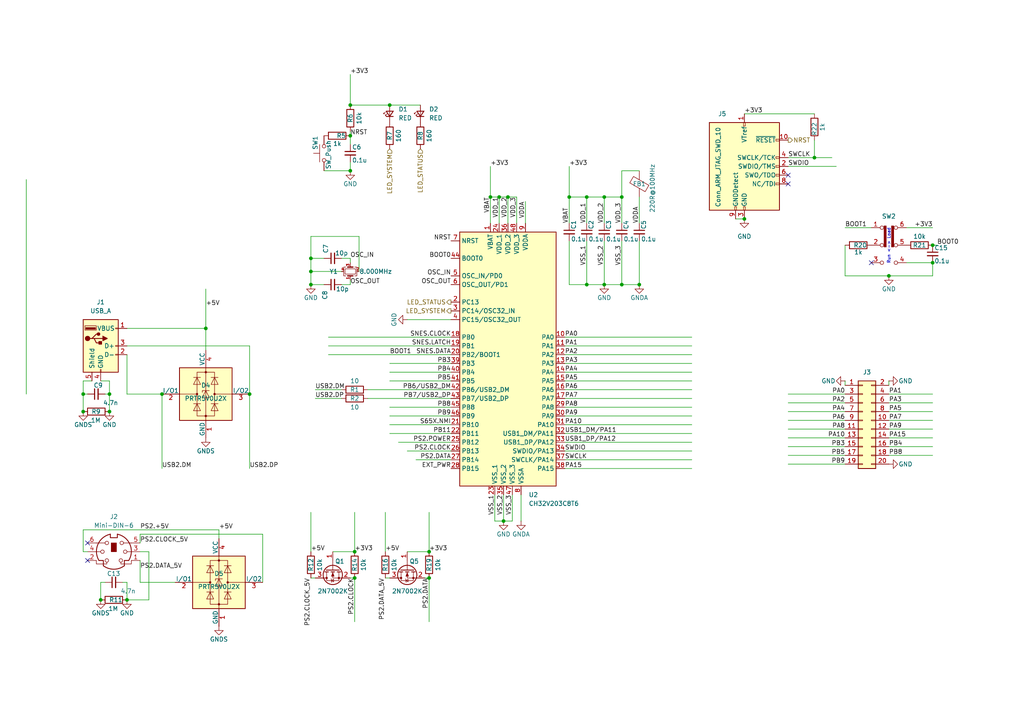
<source format=kicad_sch>
(kicad_sch (version 20231120) (generator "eeschema") (generator_version "8.0")
  (paper "A4")
  (lib_symbols
    (symbol "Connector:Conn_ARM_JTAG_SWD_10" (pin_names (offset 1.016))
      (property "Reference" "J" (at -2.54 16.51 0))
      (property "Value" "Conn_ARM_JTAG_SWD_10" (at -2.54 13.97 0))
      (symbol "Conn_ARM_JTAG_SWD_10_0_1"
        (rectangle (start -10.16 12.7) (end 10.16 -12.7) (stroke (width 0.254)) (fill (type background)))
        (rectangle (start -2.794 -12.7) (end -2.286 -11.684))
        (rectangle (start -0.254 -12.7) (end 0.254 -11.684))
        (rectangle (start -0.254 12.7) (end 0.254 11.684))
        (rectangle (start 9.144 2.286) (end 10.16 2.794))
        (rectangle (start 10.16 -2.794) (end 9.144 -2.286))
        (rectangle (start 10.16 -0.254) (end 9.144 0.254))
        (rectangle (start 10.16 7.874) (end 9.144 7.366))
      )
      (symbol "Conn_ARM_JTAG_SWD_10_1_1"
        (rectangle (start 9.144 -5.334) (end 10.16 -4.826))
        (pin power_in line (at 0 15.24 270) (length 2.54) (name "VTref") (number "1"))
        (pin open_collector line (at 12.7 7.62 180) (length 2.54) (name "~{RESET}") (number "10"))
        (pin bidirectional line (at 12.7 0 180) (length 2.54) (name "SWDIO/TMS") (number "2"))
        (pin power_in line (at 0 -15.24 90) (length 2.54) (name "GND") (number "3"))
        (pin output line (at 12.7 2.54 180) (length 2.54) (name "SWCLK/TCK") (number "4"))
        (pin passive line (at 0 -15.24 90) (length 2.54) hide (name "GND") (number "5"))
        (pin input line (at 12.7 -2.54 180) (length 2.54) (name "SWO/TDO") (number "6"))
        (pin no_connect line (at -10.16 0 0) (length 2.54) hide (name "KEY") (number "7"))
        (pin output line (at 12.7 -5.08 180) (length 2.54) (name "NC/TDI") (number "8"))
        (pin passive line (at -2.54 -15.24 90) (length 2.54) (name "GNDDetect") (number "9"))
      )
    )
    (symbol "Connector:Mini-DIN-6" (pin_names (offset 1.016))
      (property "Reference" "J" (at 0 6.35 0))
      (property "Value" "Mini-DIN-6" (at 0 -6.35 0))
      (symbol "Mini-DIN-6_0_1"
        (circle (center -3.302 0) (radius 0.508))
        (arc (start -3.048 -4.064) (mid 0 -5.08) (end 3.048 -4.064) (stroke (width 0.254)))
        (circle (center -2.032 -2.54) (radius 0.508))
        (circle (center -2.032 2.54) (radius 0.508))
        (arc (start -1.016 5.08) (mid -4.6228 2.1214) (end -4.318 -2.54) (stroke (width 0.254)))
        (rectangle (start -0.762 2.54) (end 0.762 0) (fill (type outline)))
        (polyline (pts (xy -3.81 0) (xy -5.08 0)))
        (polyline (pts (xy -2.54 2.54) (xy -5.08 2.54)))
        (polyline (pts (xy 2.794 2.54) (xy 5.08 2.54)))
        (polyline (pts (xy 5.08 0) (xy 3.81 0)))
        (polyline (pts (xy -4.318 -2.54) (xy -3.048 -2.54) (xy -3.048 -4.064)) (stroke (width 0.254)))
        (polyline (pts (xy 4.318 -2.54) (xy 3.048 -2.54) (xy 3.048 -4.064)) (stroke (width 0.254)))
        (polyline (pts (xy -2.032 -3.048) (xy -2.032 -3.556) (xy -5.08 -3.556) (xy -5.08 -2.54)))
        (polyline (pts (xy -1.016 5.08) (xy -1.016 4.064) (xy 1.016 4.064) (xy 1.016 5.08)) (stroke (width 0.254)))
        (polyline (pts (xy 2.032 -3.048) (xy 2.032 -3.556) (xy 5.08 -3.556) (xy 5.08 -2.54)))
        (circle (center 2.032 -2.54) (radius 0.508))
        (circle (center 2.286 2.54) (radius 0.508))
        (circle (center 3.302 0) (radius 0.508))
        (arc (start 4.318 -2.54) (mid 4.6661 2.1322) (end 1.016 5.08) (stroke (width 0.254)))
      )
      (symbol "Mini-DIN-6_1_1"
        (pin passive line (at 7.62 -2.54 180) (length 2.54) (name "~") (number "1"))
        (pin passive line (at -7.62 -2.54 0) (length 2.54) (name "~") (number "2"))
        (pin passive line (at 7.62 0 180) (length 2.54) (name "~") (number "3"))
        (pin passive line (at -7.62 0 0) (length 2.54) (name "~") (number "4"))
        (pin passive line (at 7.62 2.54 180) (length 2.54) (name "~") (number "5"))
        (pin passive line (at -7.62 2.54 0) (length 2.54) (name "~") (number "6"))
      )
    )
    (symbol "Connector:USB_A" (pin_names (offset 1.016))
      (property "Reference" "J" (at -5.08 11.43 0))
      (property "Value" "USB_A" (at -5.08 8.89 0))
      (symbol "USB_A_0_1"
        (rectangle (start -5.08 -7.62) (end 5.08 7.62) (stroke (width 0.254)) (fill (type background)))
        (circle (center -3.81 2.159) (radius 0.635) (stroke (width 0.254)) (fill (type outline)))
        (rectangle (start -1.524 4.826) (end -4.318 5.334) (fill (type outline)))
        (rectangle (start -1.27 4.572) (end -4.572 5.842))
        (circle (center -0.635 3.429) (radius 0.381) (stroke (width 0.254)) (fill (type outline)))
        (rectangle (start -0.127 -7.62) (end 0.127 -6.858))
        (polyline (pts (xy -3.175 2.159) (xy -2.54 2.159) (xy -1.27 3.429) (xy -0.635 3.429)) (stroke (width 0.254)))
        (polyline (pts (xy -2.54 2.159) (xy -1.905 2.159) (xy -1.27 0.889) (xy 0 0.889)) (stroke (width 0.254)))
        (polyline (pts (xy 0.635 2.794) (xy 0.635 1.524) (xy 1.905 2.159) (xy 0.635 2.794)) (stroke (width 0.254)) (fill (type outline)))
        (rectangle (start 0.254 1.27) (end -0.508 0.508) (stroke (width 0.254)) (fill (type outline)))
        (rectangle (start 5.08 -2.667) (end 4.318 -2.413))
        (rectangle (start 5.08 -0.127) (end 4.318 0.127))
        (rectangle (start 5.08 4.953) (end 4.318 5.207))
      )
      (symbol "USB_A_1_1"
        (polyline (pts (xy -1.905 2.159) (xy 0.635 2.159)) (stroke (width 0.254)))
        (pin power_in line (at 7.62 5.08 180) (length 2.54) (name "VBUS") (number "1"))
        (pin bidirectional line (at 7.62 -2.54 180) (length 2.54) (name "D-") (number "2"))
        (pin bidirectional line (at 7.62 0 180) (length 2.54) (name "D+") (number "3"))
        (pin power_in line (at 0 -10.16 90) (length 2.54) (name "GND") (number "4"))
        (pin passive line (at -2.54 -10.16 90) (length 2.54) (name "Shield") (number "5"))
      )
    )
    (symbol "Connector_Generic:Conn_02x10_Odd_Even" (pin_names (offset 1.016) hide)
      (property "Reference" "J" (at 1.27 12.7 0))
      (property "Value" "Conn_02x10_Odd_Even" (at 1.27 -15.24 0))
      (symbol "Conn_02x10_Odd_Even_1_1"
        (rectangle (start -1.27 -12.573) (end 0 -12.827) (stroke (width 0.1524)))
        (rectangle (start -1.27 -10.033) (end 0 -10.287) (stroke (width 0.1524)))
        (rectangle (start -1.27 -7.493) (end 0 -7.747) (stroke (width 0.1524)))
        (rectangle (start -1.27 -4.953) (end 0 -5.207) (stroke (width 0.1524)))
        (rectangle (start -1.27 -2.413) (end 0 -2.667) (stroke (width 0.1524)))
        (rectangle (start -1.27 0.127) (end 0 -0.127) (stroke (width 0.1524)))
        (rectangle (start -1.27 2.667) (end 0 2.413) (stroke (width 0.1524)))
        (rectangle (start -1.27 5.207) (end 0 4.953) (stroke (width 0.1524)))
        (rectangle (start -1.27 7.747) (end 0 7.493) (stroke (width 0.1524)))
        (rectangle (start -1.27 10.287) (end 0 10.033) (stroke (width 0.1524)))
        (rectangle (start -1.27 11.43) (end 3.81 -13.97) (stroke (width 0.254)) (fill (type background)))
        (rectangle (start 3.81 -12.573) (end 2.54 -12.827) (stroke (width 0.1524)))
        (rectangle (start 3.81 -10.033) (end 2.54 -10.287) (stroke (width 0.1524)))
        (rectangle (start 3.81 -7.493) (end 2.54 -7.747) (stroke (width 0.1524)))
        (rectangle (start 3.81 -4.953) (end 2.54 -5.207) (stroke (width 0.1524)))
        (rectangle (start 3.81 -2.413) (end 2.54 -2.667) (stroke (width 0.1524)))
        (rectangle (start 3.81 0.127) (end 2.54 -0.127) (stroke (width 0.1524)))
        (rectangle (start 3.81 2.667) (end 2.54 2.413) (stroke (width 0.1524)))
        (rectangle (start 3.81 5.207) (end 2.54 4.953) (stroke (width 0.1524)))
        (rectangle (start 3.81 7.747) (end 2.54 7.493) (stroke (width 0.1524)))
        (rectangle (start 3.81 10.287) (end 2.54 10.033) (stroke (width 0.1524)))
        (pin passive line (at -5.08 10.16 0) (length 3.81) (name "Pin_1") (number "1"))
        (pin passive line (at 7.62 0 180) (length 3.81) (name "Pin_10") (number "10"))
        (pin passive line (at -5.08 -2.54 0) (length 3.81) (name "Pin_11") (number "11"))
        (pin passive line (at 7.62 -2.54 180) (length 3.81) (name "Pin_12") (number "12"))
        (pin passive line (at -5.08 -5.08 0) (length 3.81) (name "Pin_13") (number "13"))
        (pin passive line (at 7.62 -5.08 180) (length 3.81) (name "Pin_14") (number "14"))
        (pin passive line (at -5.08 -7.62 0) (length 3.81) (name "Pin_15") (number "15"))
        (pin passive line (at 7.62 -7.62 180) (length 3.81) (name "Pin_16") (number "16"))
        (pin passive line (at -5.08 -10.16 0) (length 3.81) (name "Pin_17") (number "17"))
        (pin passive line (at 7.62 -10.16 180) (length 3.81) (name "Pin_18") (number "18"))
        (pin passive line (at -5.08 -12.7 0) (length 3.81) (name "Pin_19") (number "19"))
        (pin passive line (at 7.62 10.16 180) (length 3.81) (name "Pin_2") (number "2"))
        (pin passive line (at 7.62 -12.7 180) (length 3.81) (name "Pin_20") (number "20"))
        (pin passive line (at -5.08 7.62 0) (length 3.81) (name "Pin_3") (number "3"))
        (pin passive line (at 7.62 7.62 180) (length 3.81) (name "Pin_4") (number "4"))
        (pin passive line (at -5.08 5.08 0) (length 3.81) (name "Pin_5") (number "5"))
        (pin passive line (at 7.62 5.08 180) (length 3.81) (name "Pin_6") (number "6"))
        (pin passive line (at -5.08 2.54 0) (length 3.81) (name "Pin_7") (number "7"))
        (pin passive line (at 7.62 2.54 180) (length 3.81) (name "Pin_8") (number "8"))
        (pin passive line (at -5.08 0 0) (length 3.81) (name "Pin_9") (number "9"))
      )
    )
    (symbol "Device:C_Small" (pin_numbers hide) (pin_names (offset 0.254) hide)
      (property "Reference" "C" (at 0.254 1.778 0))
      (property "Value" "C_Small" (at 0.254 -2.032 0))
      (symbol "C_Small_0_1"
        (polyline (pts (xy -1.524 -0.508) (xy 1.524 -0.508)) (stroke (width 0.3302)))
        (polyline (pts (xy -1.524 0.508) (xy 1.524 0.508)) (stroke (width 0.3048)))
      )
      (symbol "C_Small_1_1"
        (pin passive line (at 0 2.54 270) (length 2.032) (name "~") (number "1"))
        (pin passive line (at 0 -2.54 90) (length 2.032) (name "~") (number "2"))
      )
    )
    (symbol "Device:Crystal_GND24_Small" (pin_names (offset 1.016) hide)
      (property "Reference" "Y" (at 1.27 4.445 0))
      (property "Value" "Crystal_GND24_Small" (at 1.27 2.54 0))
      (symbol "Crystal_GND24_Small_0_1"
        (rectangle (start -0.762 -1.524) (end 0.762 1.524))
        (polyline (pts (xy -1.27 -0.762) (xy -1.27 0.762)) (stroke (width 0.381)))
        (polyline (pts (xy 1.27 -0.762) (xy 1.27 0.762)) (stroke (width 0.381)))
        (polyline (pts (xy -1.27 -1.27) (xy -1.27 -1.905) (xy 1.27 -1.905) (xy 1.27 -1.27)))
        (polyline (pts (xy -1.27 1.27) (xy -1.27 1.905) (xy 1.27 1.905) (xy 1.27 1.27)))
      )
      (symbol "Crystal_GND24_Small_1_1"
        (pin passive line (at -2.54 0 0) (length 1.27) (name "1") (number "1"))
        (pin passive line (at 0 -2.54 90) (length 0.635) (name "2") (number "2"))
        (pin passive line (at 2.54 0 180) (length 1.27) (name "3") (number "3"))
        (pin passive line (at 0 2.54 270) (length 0.635) (name "4") (number "4"))
      )
    )
    (symbol "Device:FerriteBead" (pin_numbers hide) (pin_names (offset 0))
      (property "Reference" "FB" (at -3.81 0.635 90))
      (property "Value" "FerriteBead" (at 3.81 0 90))
      (symbol "FerriteBead_0_1"
        (polyline (pts (xy 0 -1.27) (xy 0 -1.2192)))
        (polyline (pts (xy 0 1.27) (xy 0 1.2954)))
        (polyline (pts (xy -2.7686 0.4064) (xy -1.7018 2.2606) (xy 2.7686 -0.3048) (xy 1.6764 -2.159) (xy -2.7686 0.4064)))
      )
      (symbol "FerriteBead_1_1"
        (pin passive line (at 0 3.81 270) (length 2.54) (name "~") (number "1"))
        (pin passive line (at 0 -3.81 90) (length 2.54) (name "~") (number "2"))
      )
    )
    (symbol "Device:LED_Small" (pin_numbers hide) (pin_names (offset 0.254) hide)
      (property "Reference" "D" (at -1.27 3.175 0))
      (property "Value" "LED_Small" (at -4.445 -2.54 0))
      (symbol "LED_Small_0_1"
        (polyline (pts (xy -0.762 -1.016) (xy -0.762 1.016)) (stroke (width 0.254)))
        (polyline (pts (xy 1.016 0) (xy -0.762 0)))
        (polyline (pts (xy 0.762 -1.016) (xy -0.762 0) (xy 0.762 1.016) (xy 0.762 -1.016)) (stroke (width 0.254)))
        (polyline (pts (xy 0 0.762) (xy -0.508 1.27) (xy -0.254 1.27) (xy -0.508 1.27) (xy -0.508 1.016)))
        (polyline (pts (xy 0.508 1.27) (xy 0 1.778) (xy 0.254 1.778) (xy 0 1.778) (xy 0 1.524)))
      )
      (symbol "LED_Small_1_1"
        (pin passive line (at -2.54 0 0) (length 1.778) (name "K") (number "1"))
        (pin passive line (at 2.54 0 180) (length 1.778) (name "A") (number "2"))
      )
    )
    (symbol "Device:R" (pin_numbers hide) (pin_names (offset 0))
      (property "Reference" "R" (at 2.032 0 90))
      (property "Value" "R" (at 0 0 90))
      (symbol "R_0_1"
        (rectangle (start -1.016 -2.54) (end 1.016 2.54) (stroke (width 0.254)))
      )
      (symbol "R_1_1"
        (pin passive line (at 0 3.81 270) (length 1.27) (name "~") (number "1"))
        (pin passive line (at 0 -3.81 90) (length 1.27) (name "~") (number "2"))
      )
    )
    (symbol "Power_Protection:PRTR5V0U2X" (pin_names (offset 0))
      (property "Reference" "D" (at 2.794 8.636 0))
      (property "Value" "PRTR5V0U2X" (at 8.128 -9.398 0))
      (symbol "PRTR5V0U2X_0_1"
        (rectangle (start -7.62 -7.62) (end 7.62 7.62) (stroke (width 0.254)) (fill (type background)))
        (circle (center -2.54 0) (radius 0.254) (fill (type outline)))
        (rectangle (start -2.54 6.35) (end 2.54 -6.35))
        (circle (center 0 -6.35) (radius 0.254) (fill (type outline)))
        (polyline (pts (xy -2.54 0) (xy -7.62 0)))
        (polyline (pts (xy -1.524 -2.794) (xy -3.556 -2.794)))
        (polyline (pts (xy -1.524 4.826) (xy -3.556 4.826)))
        (polyline (pts (xy 0 -7.62) (xy 0 7.62)))
        (polyline (pts (xy 1.524 -2.794) (xy 3.556 -2.794)))
        (polyline (pts (xy 1.524 4.826) (xy 3.556 4.826)))
        (polyline (pts (xy 2.54 0) (xy 7.62 0)))
        (polyline (pts (xy 1.016 1.016) (xy -1.016 1.016) (xy -1.016 0.508)))
        (polyline (pts (xy -3.556 -4.826) (xy -1.524 -4.826) (xy -2.54 -2.794) (xy -3.556 -4.826)))
        (polyline (pts (xy -3.556 2.794) (xy -1.524 2.794) (xy -2.54 4.826) (xy -3.556 2.794)))
        (polyline (pts (xy -1.016 -1.016) (xy 1.016 -1.016) (xy 0 1.016) (xy -1.016 -1.016)))
        (polyline (pts (xy 3.556 -4.826) (xy 1.524 -4.826) (xy 2.54 -2.794) (xy 3.556 -4.826)))
        (polyline (pts (xy 3.556 2.794) (xy 1.524 2.794) (xy 2.54 4.826) (xy 3.556 2.794)))
        (circle (center 0 6.35) (radius 0.254) (fill (type outline)))
        (circle (center 2.54 0) (radius 0.254) (fill (type outline)))
      )
      (symbol "PRTR5V0U2X_1_1"
        (pin passive line (at 0 -12.7 90) (length 5.08) (name "GND") (number "1"))
        (pin passive line (at -12.7 0 0) (length 5.08) (name "I/O1") (number "2"))
        (pin passive line (at 12.7 0 180) (length 5.08) (name "I/O2") (number "3"))
        (pin passive line (at 0 12.7 270) (length 5.08) (name "VCC") (number "4"))
      )
    )
    (symbol "Switch:SW_Push" (pin_numbers hide) (pin_names (offset 1.016) hide)
      (property "Reference" "SW" (at 1.27 2.54 0))
      (property "Value" "SW_Push" (at 0 -1.524 0))
      (symbol "SW_Push_0_1"
        (circle (center -2.032 0) (radius 0.508))
        (polyline (pts (xy 0 1.27) (xy 0 3.048)))
        (polyline (pts (xy 2.54 1.27) (xy -2.54 1.27)))
        (circle (center 2.032 0) (radius 0.508))
        (pin passive line (at -5.08 0 0) (length 2.54) (name "1") (number "1"))
        (pin passive line (at 5.08 0 180) (length 2.54) (name "2") (number "2"))
      )
    )
    (symbol "Switch:SW_Slide_DPDT" (pin_names (offset 0) hide)
      (property "Reference" "SW" (at 0 6.858 0))
      (property "Value" "SW_Slide_DPDT" (at 0 -8.128 0))
      (symbol "SW_Slide_DPDT_0_0"
        (circle (center -2.032 -5.08) (radius 0.508))
        (circle (center -2.032 5.08) (radius 0.508))
        (circle (center 2.032 -5.08) (radius 0.508))
        (circle (center 2.032 0) (radius 0.508))
      )
      (symbol "SW_Slide_DPDT_0_1"
        (circle (center -2.032 0) (radius 0.508))
        (circle (center 2.032 5.08) (radius 0.508))
      )
      (symbol "SW_Slide_DPDT_1_1"
        (rectangle (start -1.397 5.588) (end -0.762 -0.508) (fill (type outline)))
        (rectangle (start 0.762 5.588) (end 1.397 -0.508) (fill (type outline)))
        (pin passive line (at -5.08 5.08 0) (length 2.54) (name "A") (number "1"))
        (pin passive line (at -5.08 0 0) (length 2.54) (name "B") (number "2"))
        (pin passive line (at -5.08 -5.08 0) (length 2.54) (name "C") (number "3"))
        (pin passive line (at 5.08 -5.08 180) (length 2.54) (name "A") (number "4"))
        (pin passive line (at 5.08 0 180) (length 2.54) (name "B") (number "5"))
        (pin passive line (at 5.08 5.08 180) (length 2.54) (name "C") (number "6"))
      )
    )
    (symbol "Transistor_FET:2N7002K" (pin_names hide)
      (property "Reference" "Q" (at 5.08 1.905 0))
      (property "Value" "2N7002K" (at 5.08 0 0))
      (symbol "2N7002K_0_1"
        (polyline (pts (xy 0.254 0) (xy -2.54 0)))
        (polyline (pts (xy 0.254 1.905) (xy 0.254 -1.905)) (stroke (width 0.254)))
        (polyline (pts (xy 0.762 -1.27) (xy 0.762 -2.286)) (stroke (width 0.254)))
        (polyline (pts (xy 0.762 0.508) (xy 0.762 -0.508)) (stroke (width 0.254)))
        (polyline (pts (xy 0.762 2.286) (xy 0.762 1.27)) (stroke (width 0.254)))
        (polyline (pts (xy 2.54 2.54) (xy 2.54 1.778)))
        (polyline (pts (xy 2.54 -2.54) (xy 2.54 0) (xy 0.762 0)))
        (polyline (pts (xy 0.762 -1.778) (xy 3.302 -1.778) (xy 3.302 1.778) (xy 0.762 1.778)))
        (polyline (pts (xy 1.016 0) (xy 2.032 0.381) (xy 2.032 -0.381) (xy 1.016 0)) (fill (type outline)))
        (polyline (pts (xy 2.794 0.508) (xy 2.921 0.381) (xy 3.683 0.381) (xy 3.81 0.254)))
        (polyline (pts (xy 3.302 0.381) (xy 2.921 -0.254) (xy 3.683 -0.254) (xy 3.302 0.381)))
        (circle (center 1.651 0) (radius 2.794) (stroke (width 0.254)))
        (circle (center 2.54 -1.778) (radius 0.254) (fill (type outline)))
        (circle (center 2.54 1.778) (radius 0.254) (fill (type outline)))
      )
      (symbol "2N7002K_1_1"
        (pin input line (at -5.08 0 0) (length 2.54) (name "G") (number "1"))
        (pin passive line (at 2.54 -5.08 90) (length 2.54) (name "S") (number "2"))
        (pin passive line (at 2.54 5.08 270) (length 2.54) (name "D") (number "3"))
      )
    )
    (symbol "WCH MCUs:CH32V203CxT6"
      (property "Reference" "U" (at -10.16 -41.91 0))
      (property "Value" "CH32V203CxT6" (at -19.05 -41.91 0))
      (symbol "CH32V203CxT6_0_1"
        (rectangle (start -13.97 38.1) (end 13.97 -35.56) (stroke (width 0.254)) (fill (type background)))
      )
      (symbol "CH32V203CxT6_1_1"
        (pin power_in line (at -5.08 40.64 270) (length 2.54) (name "VBAT") (number "1"))
        (pin bidirectional line (at 16.51 7.62 180) (length 2.54) (name "PA0") (number "10"))
        (pin bidirectional line (at 16.51 5.08 180) (length 2.54) (name "PA1") (number "11"))
        (pin bidirectional line (at 16.51 2.54 180) (length 2.54) (name "PA2") (number "12"))
        (pin bidirectional line (at 16.51 0 180) (length 2.54) (name "PA3") (number "13"))
        (pin bidirectional line (at 16.51 -2.54 180) (length 2.54) (name "PA4") (number "14"))
        (pin bidirectional line (at 16.51 -5.08 180) (length 2.54) (name "PA5") (number "15"))
        (pin bidirectional line (at 16.51 -7.62 180) (length 2.54) (name "PA6") (number "16"))
        (pin bidirectional line (at 16.51 -10.16 180) (length 2.54) (name "PA7") (number "17"))
        (pin bidirectional line (at -16.51 7.62 0) (length 2.54) (name "PB0") (number "18"))
        (pin bidirectional line (at -16.51 5.08 0) (length 2.54) (name "PB1") (number "19"))
        (pin bidirectional line (at -16.51 17.78 0) (length 2.54) (name "PC13") (number "2"))
        (pin bidirectional line (at -16.51 2.54 0) (length 2.54) (name "PB2/BOOT1") (number "20"))
        (pin bidirectional line (at -16.51 -17.78 0) (length 2.54) (name "PB10") (number "21"))
        (pin bidirectional line (at -16.51 -20.32 0) (length 2.54) (name "PB11") (number "22"))
        (pin power_in line (at -3.81 -38.1 90) (length 2.54) (name "VSS_1") (number "23"))
        (pin power_in line (at -2.54 40.64 270) (length 2.54) (name "VDD_1") (number "24"))
        (pin bidirectional line (at -16.51 -22.86 0) (length 2.54) (name "PB12") (number "25"))
        (pin bidirectional line (at -16.51 -25.4 0) (length 2.54) (name "PB13") (number "26"))
        (pin bidirectional line (at -16.51 -27.94 0) (length 2.54) (name "PB14") (number "27"))
        (pin bidirectional line (at -16.51 -30.48 0) (length 2.54) (name "PB15") (number "28"))
        (pin bidirectional line (at 16.51 -12.7 180) (length 2.54) (name "PA8") (number "29"))
        (pin bidirectional line (at -16.51 15.24 0) (length 2.54) (name "PC14/OSC32_IN") (number "3"))
        (pin bidirectional line (at 16.51 -15.24 180) (length 2.54) (name "PA9") (number "30"))
        (pin bidirectional line (at 16.51 -17.78 180) (length 2.54) (name "PA10") (number "31"))
        (pin bidirectional line (at 16.51 -20.32 180) (length 2.54) (name "USB1_DM/PA11") (number "32"))
        (pin bidirectional line (at 16.51 -22.86 180) (length 2.54) (name "USB1_DP/PA12") (number "33"))
        (pin bidirectional line (at 16.51 -25.4 180) (length 2.54) (name "SWDIO/PA13") (number "34"))
        (pin power_in line (at -1.27 -38.1 90) (length 2.54) (name "VSS_2") (number "35"))
        (pin power_in line (at 0 40.64 270) (length 2.54) (name "VDD_2") (number "36"))
        (pin bidirectional line (at 16.51 -27.94 180) (length 2.54) (name "SWCLK/PA14") (number "37"))
        (pin bidirectional line (at 16.51 -30.48 180) (length 2.54) (name "PA15") (number "38"))
        (pin bidirectional line (at -16.51 0 0) (length 2.54) (name "PB3") (number "39"))
        (pin bidirectional line (at -16.51 12.7 0) (length 2.54) (name "PC15/OSC32_OUT") (number "4"))
        (pin bidirectional line (at -16.51 -2.54 0) (length 2.54) (name "PB4") (number "40"))
        (pin bidirectional line (at -16.51 -5.08 0) (length 2.54) (name "PB5") (number "41"))
        (pin bidirectional line (at -16.51 -7.62 0) (length 2.54) (name "PB6/USB2_DM") (number "42"))
        (pin bidirectional line (at -16.51 -10.16 0) (length 2.54) (name "PB7/USB2_DP") (number "43"))
        (pin input line (at -16.51 30.48 0) (length 2.54) (name "BOOT0") (number "44"))
        (pin bidirectional line (at -16.51 -12.7 0) (length 2.54) (name "PB8") (number "45"))
        (pin bidirectional line (at -16.51 -15.24 0) (length 2.54) (name "PB9") (number "46"))
        (pin power_in line (at 1.27 -38.1 90) (length 2.54) (name "VSS_3") (number "47"))
        (pin power_in line (at 2.54 40.64 270) (length 2.54) (name "VDD_3") (number "48"))
        (pin input line (at -16.51 25.4 0) (length 2.54) (name "OSC_IN/PD0") (number "5"))
        (pin input line (at -16.51 22.86 0) (length 2.54) (name "OSC_OUT/PD1") (number "6"))
        (pin input line (at -16.51 35.56 0) (length 2.54) (name "NRST") (number "7"))
        (pin power_in line (at 3.81 -38.1 90) (length 2.54) (name "VSSA") (number "8"))
        (pin power_in line (at 5.08 40.64 270) (length 2.54) (name "VDDA") (number "9"))
      )
    )
    (symbol "power:GND" (power) (pin_numbers hide) (pin_names (offset 0) hide)
      (property "Value" "GND" (at 0 -3.81 0))
      (symbol "GND_0_1"
        (polyline (pts (xy 0 0) (xy 0 -1.27) (xy 1.27 -1.27) (xy 0 -2.54) (xy -1.27 -1.27) (xy 0 -1.27)))
      )
      (symbol "GND_1_1"
        (pin power_in line (at 0 0 270) (length 0) (name "~") (number "1"))
      )
    )
    (symbol "power:GNDA" (power) (pin_numbers hide) (pin_names (offset 0) hide)
      (property "Value" "GNDA" (at 0 -3.81 0))
      (symbol "GNDA_0_1"
        (polyline (pts (xy 0 0) (xy 0 -1.27) (xy 1.27 -1.27) (xy 0 -2.54) (xy -1.27 -1.27) (xy 0 -1.27)))
      )
      (symbol "GNDA_1_1"
        (pin power_in line (at 0 0 270) (length 0) (name "~") (number "1"))
      )
    )
    (symbol "power:GNDS" (power) (pin_numbers hide) (pin_names (offset 0) hide)
      (property "Value" "GNDS" (at 0 -3.81 0))
      (symbol "GNDS_0_1"
        (polyline (pts (xy 0 0) (xy 0 -1.27) (xy 1.27 -1.27) (xy 0 -2.54) (xy -1.27 -1.27) (xy 0 -1.27)))
      )
      (symbol "GNDS_1_1"
        (pin power_in line (at 0 0 270) (length 0) (name "~") (number "1"))
      )
    )
  )
  (junction (at 165.1 57.15))
  (junction (at 46.99 114.3))
  (junction (at 90.17 78.74))
  (junction (at 144.78 57.15))
  (junction (at 170.18 82.55))
  (junction (at 113.03 30.48))
  (junction (at 36.83 173.99))
  (junction (at 90.17 74.93))
  (junction (at 180.34 57.15))
  (junction (at 31.75 114.3))
  (junction (at 175.26 57.15))
  (junction (at 257.81 80.01))
  (junction (at 24.13 114.3))
  (junction (at 29.21 173.99))
  (junction (at 170.18 57.15))
  (junction (at 90.17 82.55))
  (junction (at 175.26 82.55))
  (junction (at 124.46 167.64))
  (junction (at 102.87 167.64))
  (junction (at 24.13 119.38))
  (junction (at 215.9 63.5))
  (junction (at 101.6 39.37))
  (junction (at 101.6 30.48))
  (junction (at 270.51 76.2))
  (junction (at 124.46 160.02))
  (junction (at 102.87 160.02))
  (junction (at 101.6 49.53))
  (junction (at 270.51 71.12))
  (junction (at 146.05 151.13))
  (junction (at 236.22 45.72))
  (junction (at 185.42 82.55))
  (junction (at 180.34 82.55))
  (junction (at 147.32 57.15))
  (junction (at 59.69 95.25))
  (junction (at 142.24 57.15))
  (junction (at 72.39 114.3))
  (junction (at 31.75 119.38))
  (no_connect (at 228.6 50.8))
  (no_connect (at 25.4 157.48))
  (no_connect (at 252.73 76.2))
  (no_connect (at 25.4 162.56))
  (no_connect (at 228.6 53.34))
  (wire (pts (xy 175.26 69.85) (xy 175.26 82.55)))
  (wire (pts (xy 101.6 38.1) (xy 101.6 39.37)))
  (wire (pts (xy 106.68 113.03) (xy 130.81 113.03)))
  (wire (pts (xy 257.81 127) (xy 270.51 127)))
  (wire (pts (xy 101.6 39.37) (xy 101.6 41.91)))
  (wire (pts (xy 241.3 45.72) (xy 236.22 45.72)))
  (wire (pts (xy 106.68 115.57) (xy 130.81 115.57)))
  (wire (pts (xy 163.83 107.95) (xy 200.66 107.95)))
  (wire (pts (xy 101.6 82.55) (xy 101.6 81.28)))
  (wire (pts (xy 228.6 127) (xy 245.11 127)))
  (wire (pts (xy 90.17 68.58) (xy 104.14 68.58)))
  (wire (pts (xy 36.83 114.3) (xy 46.99 114.3)))
  (wire (pts (xy 165.1 69.85) (xy 165.1 82.55)))
  (wire (pts (xy 43.18 173.99) (xy 43.18 160.02)))
  (wire (pts (xy 180.34 57.15) (xy 180.34 64.77)))
  (wire (pts (xy 90.17 74.93) (xy 93.98 74.93)))
  (wire (pts (xy 163.83 115.57) (xy 200.66 115.57)))
  (wire (pts (xy 146.05 151.13) (xy 143.51 151.13)))
  (wire (pts (xy 165.1 57.15) (xy 170.18 57.15)))
  (wire (pts (xy 24.13 153.67) (xy 24.13 160.02)))
  (wire (pts (xy 24.13 110.49) (xy 26.67 110.49)))
  (wire (pts (xy 180.34 69.85) (xy 180.34 82.55)))
  (wire (pts (xy 147.32 57.15) (xy 149.86 57.15)))
  (wire (pts (xy 90.17 148.59) (xy 90.17 160.02)))
  (wire (pts (xy 152.4 58.42) (xy 152.4 64.77)))
  (wire (pts (xy 43.18 160.02) (xy 40.64 160.02)))
  (wire (pts (xy 113.03 30.48) (xy 121.92 30.48)))
  (wire (pts (xy 76.2 154.94) (xy 76.2 168.91)))
  (wire (pts (xy 102.87 167.64) (xy 102.87 180.34)))
  (wire (pts (xy 36.83 173.99) (xy 36.83 168.91)))
  (wire (pts (xy 163.83 110.49) (xy 200.66 110.49)))
  (wire (pts (xy 95.25 97.79) (xy 130.81 97.79)))
  (wire (pts (xy 257.81 80.01) (xy 270.51 80.01)))
  (wire (pts (xy 91.44 115.57) (xy 99.06 115.57)))
  (wire (pts (xy 142.24 48.26) (xy 142.24 57.15)))
  (wire (pts (xy 257.81 132.08) (xy 270.51 132.08)))
  (wire (pts (xy 257.81 129.54) (xy 270.51 129.54)))
  (wire (pts (xy 147.32 57.15) (xy 147.32 64.77)))
  (wire (pts (xy 163.83 118.11) (xy 200.66 118.11)))
  (wire (pts (xy 102.87 148.59) (xy 102.87 160.02)))
  (wire (pts (xy 146.05 143.51) (xy 146.05 151.13)))
  (wire (pts (xy 245.11 80.01) (xy 257.81 80.01)))
  (wire (pts (xy 46.99 114.3) (xy 46.99 135.89)))
  (wire (pts (xy 40.64 154.94) (xy 76.2 154.94)))
  (wire (pts (xy 185.42 69.85) (xy 185.42 82.55)))
  (wire (pts (xy 245.11 71.12) (xy 245.11 80.01)))
  (wire (pts (xy 24.13 114.3) (xy 25.4 114.3)))
  (wire (pts (xy 175.26 82.55) (xy 180.34 82.55)))
  (wire (pts (xy 59.69 95.25) (xy 59.69 101.6)))
  (wire (pts (xy 90.17 82.55) (xy 90.17 78.74)))
  (wire (pts (xy 143.51 151.13) (xy 143.51 143.51)))
  (wire (pts (xy 91.44 113.03) (xy 99.06 113.03)))
  (wire (pts (xy 170.18 69.85) (xy 170.18 82.55)))
  (wire (pts (xy 242.57 48.26) (xy 228.6 48.26)))
  (wire (pts (xy 142.24 57.15) (xy 144.78 57.15)))
  (wire (pts (xy 262.89 76.2) (xy 270.51 76.2)))
  (wire (pts (xy 163.83 135.89) (xy 200.66 135.89)))
  (wire (pts (xy 228.6 124.46) (xy 245.11 124.46)))
  (wire (pts (xy 111.76 148.59) (xy 111.76 160.02)))
  (wire (pts (xy 185.42 57.15) (xy 185.42 64.77)))
  (wire (pts (xy 99.06 82.55) (xy 101.6 82.55)))
  (wire (pts (xy 170.18 57.15) (xy 170.18 64.77)))
  (wire (pts (xy 96.52 160.02) (xy 102.87 160.02)))
  (wire (pts (xy 93.98 82.55) (xy 90.17 82.55)))
  (wire (pts (xy 7.62 52.07) (xy 7.62 114.3)))
  (wire (pts (xy 36.83 168.91) (xy 35.56 168.91)))
  (wire (pts (xy 163.83 123.19) (xy 200.66 123.19)))
  (wire (pts (xy 36.83 95.25) (xy 59.69 95.25)))
  (wire (pts (xy 245.11 110.49) (xy 245.11 111.76)))
  (wire (pts (xy 101.6 167.64) (xy 102.87 167.64)))
  (wire (pts (xy 31.75 110.49) (xy 29.21 110.49)))
  (wire (pts (xy 24.13 160.02) (xy 25.4 160.02)))
  (wire (pts (xy 228.6 121.92) (xy 245.11 121.92)))
  (wire (pts (xy 163.83 120.65) (xy 200.66 120.65)))
  (wire (pts (xy 90.17 74.93) (xy 90.17 78.74)))
  (wire (pts (xy 215.9 33.02) (xy 236.22 33.02)))
  (wire (pts (xy 257.81 119.38) (xy 270.51 119.38)))
  (wire (pts (xy 118.11 160.02) (xy 124.46 160.02)))
  (wire (pts (xy 95.25 100.33) (xy 130.81 100.33)))
  (wire (pts (xy 144.78 57.15) (xy 144.78 64.77)))
  (wire (pts (xy 163.83 100.33) (xy 200.66 100.33)))
  (wire (pts (xy 90.17 78.74) (xy 99.06 78.74)))
  (wire (pts (xy 257.81 116.84) (xy 270.51 116.84)))
  (wire (pts (xy 24.13 153.67) (xy 63.5 153.67)))
  (wire (pts (xy 113.03 123.19) (xy 130.81 123.19)))
  (wire (pts (xy 257.81 114.3) (xy 270.51 114.3)))
  (wire (pts (xy 36.83 173.99) (xy 43.18 173.99)))
  (wire (pts (xy 63.5 153.67) (xy 63.5 156.21)))
  (wire (pts (xy 99.06 74.93) (xy 101.6 74.93)))
  (wire (pts (xy 170.18 57.15) (xy 175.26 57.15)))
  (wire (pts (xy 148.59 151.13) (xy 146.05 151.13)))
  (wire (pts (xy 149.86 57.15) (xy 149.86 64.77)))
  (wire (pts (xy 113.03 107.95) (xy 130.81 107.95)))
  (wire (pts (xy 163.83 130.81) (xy 200.66 130.81)))
  (wire (pts (xy 31.75 114.3) (xy 31.75 119.38)))
  (wire (pts (xy 40.64 162.56) (xy 40.64 168.91)))
  (wire (pts (xy 257.81 124.46) (xy 270.51 124.46)))
  (wire (pts (xy 101.6 74.93) (xy 101.6 76.2)))
  (wire (pts (xy 163.83 133.35) (xy 200.66 133.35)))
  (wire (pts (xy 124.46 148.59) (xy 124.46 160.02)))
  (wire (pts (xy 40.64 157.48) (xy 40.64 154.94)))
  (wire (pts (xy 262.89 66.04) (xy 270.51 66.04)))
  (wire (pts (xy 228.6 132.08) (xy 245.11 132.08)))
  (wire (pts (xy 163.83 128.27) (xy 200.66 128.27)))
  (wire (pts (xy 163.83 105.41) (xy 200.66 105.41)))
  (wire (pts (xy 144.78 57.15) (xy 147.32 57.15)))
  (wire (pts (xy 104.14 68.58) (xy 104.14 78.74)))
  (wire (pts (xy 270.51 80.01) (xy 270.51 76.2)))
  (wire (pts (xy 93.98 49.53) (xy 101.6 49.53)))
  (wire (pts (xy 130.81 130.81) (xy 118.11 130.81)))
  (wire (pts (xy 95.25 102.87) (xy 130.81 102.87)))
  (wire (pts (xy 40.64 168.91) (xy 50.8 168.91)))
  (wire (pts (xy 36.83 102.87) (xy 36.83 114.3)))
  (wire (pts (xy 228.6 119.38) (xy 245.11 119.38)))
  (wire (pts (xy 90.17 68.58) (xy 90.17 74.93)))
  (wire (pts (xy 163.83 113.03) (xy 200.66 113.03)))
  (wire (pts (xy 101.6 30.48) (xy 113.03 30.48)))
  (wire (pts (xy 36.83 100.33) (xy 72.39 100.33)))
  (wire (pts (xy 113.03 110.49) (xy 130.81 110.49)))
  (wire (pts (xy 113.03 120.65) (xy 130.81 120.65)))
  (wire (pts (xy 113.03 105.41) (xy 130.81 105.41)))
  (wire (pts (xy 257.81 121.92) (xy 270.51 121.92)))
  (wire (pts (xy 165.1 82.55) (xy 170.18 82.55)))
  (wire (pts (xy 185.42 49.53) (xy 180.34 49.53)))
  (wire (pts (xy 257.81 110.49) (xy 257.81 111.76)))
  (wire (pts (xy 151.13 143.51) (xy 151.13 151.13)))
  (wire (pts (xy 165.1 48.26) (xy 165.1 57.15)))
  (wire (pts (xy 180.34 82.55) (xy 185.42 82.55)))
  (wire (pts (xy 90.17 167.64) (xy 91.44 167.64)))
  (wire (pts (xy 175.26 57.15) (xy 175.26 64.77)))
  (wire (pts (xy 29.21 173.99) (xy 29.21 168.91)))
  (wire (pts (xy 228.6 45.72) (xy 236.22 45.72)))
  (wire (pts (xy 31.75 114.3) (xy 30.48 114.3)))
  (wire (pts (xy 123.19 167.64) (xy 124.46 167.64)))
  (wire (pts (xy 245.11 66.04) (xy 252.73 66.04)))
  (wire (pts (xy 130.81 92.71) (xy 118.11 92.71)))
  (wire (pts (xy 148.59 143.51) (xy 148.59 151.13)))
  (wire (pts (xy 101.6 49.53) (xy 101.6 46.99)))
  (wire (pts (xy 24.13 114.3) (xy 24.13 110.49)))
  (wire (pts (xy 270.51 71.12) (xy 271.78 71.12)))
  (wire (pts (xy 163.83 102.87) (xy 200.66 102.87)))
  (wire (pts (xy 163.83 125.73) (xy 200.66 125.73)))
  (wire (pts (xy 213.36 63.5) (xy 215.9 63.5)))
  (wire (pts (xy 130.81 128.27) (xy 115.57 128.27)))
  (wire (pts (xy 180.34 49.53) (xy 180.34 57.15)))
  (wire (pts (xy 170.18 82.55) (xy 175.26 82.55)))
  (wire (pts (xy 31.75 114.3) (xy 31.75 110.49)))
  (wire (pts (xy 59.69 83.82) (xy 59.69 95.25)))
  (wire (pts (xy 72.39 114.3) (xy 72.39 135.89)))
  (wire (pts (xy 163.83 97.79) (xy 200.66 97.79)))
  (wire (pts (xy 142.24 64.77) (xy 142.24 57.15)))
  (wire (pts (xy 130.81 133.35) (xy 120.65 133.35)))
  (wire (pts (xy 113.03 125.73) (xy 130.81 125.73)))
  (wire (pts (xy 24.13 119.38) (xy 24.13 114.3)))
  (wire (pts (xy 236.22 40.64) (xy 236.22 45.72)))
  (wire (pts (xy 180.34 57.15) (xy 175.26 57.15)))
  (wire (pts (xy 113.03 118.11) (xy 130.81 118.11)))
  (wire (pts (xy 228.6 116.84) (xy 245.11 116.84)))
  (wire (pts (xy 72.39 100.33) (xy 72.39 114.3)))
  (wire (pts (xy 165.1 64.77) (xy 165.1 57.15)))
  (wire (pts (xy 228.6 134.62) (xy 245.11 134.62)))
  (wire (pts (xy 101.6 21.59) (xy 101.6 30.48)))
  (wire (pts (xy 29.21 168.91) (xy 30.48 168.91)))
  (wire (pts (xy 228.6 114.3) (xy 245.11 114.3)))
  (wire (pts (xy 124.46 167.64) (xy 124.46 180.34)))
  (wire (pts (xy 111.76 167.64) (xy 113.03 167.64)))
  (wire (pts (xy 228.6 129.54) (xy 245.11 129.54)))
  (text "Run <-> Load" (at 257.81 71.374 90) (effects (font (size 0.889 0.889))))
  (label "USB2.DP" (at 72.39 135.89 0))
  (label "PS2.DATA_5V" (at 40.64 165.1 0))
  (label "EXT_PWR" (at 130.81 135.89 180))
  (label "USB2.DP" (at 91.44 115.57 0))
  (label "VDD_1" (at 144.78 57.15 270))
  (label "PA8" (at 245.11 124.46 180))
  (label "SWCLK" (at 163.83 133.35 0))
  (label "+5V" (at 63.5 153.67 0))
  (label "PS2.DATA_5V" (at 111.76 167.64 270))
  (label "PA2" (at 163.83 102.87 0))
  (label "USB2.DM" (at 91.44 113.03 0))
  (label "BOOT1" (at 245.11 66.04 0))
  (label "+3V3" (at 165.1 48.26 0))
  (label "SWDIO" (at 228.6 48.26 0))
  (label "VBAT" (at 165.1 64.77 90))
  (label "VDDA" (at 152.4 58.42 270))
  (label "PA4" (at 245.11 119.38 180))
  (label "VSS_2" (at 146.05 143.51 270))
  (label "PA5" (at 257.81 119.38 0))
  (label "PA10" (at 163.83 123.19 0))
  (label "PA1" (at 163.83 100.33 0))
  (label "VDD_1" (at 170.18 64.77 90))
  (label "VSS_2" (at 175.26 71.12 270))
  (label "+5V" (at 59.69 88.9 0))
  (label "PB11" (at 130.81 125.73 180))
  (label "+3V3" (at 270.51 66.04 180))
  (label "S65X.NMI" (at 130.81 123.19 180))
  (label "PB6/USB2_DM" (at 130.81 113.03 180))
  (label "PA6" (at 163.83 113.03 0))
  (label "PA1" (at 257.81 114.3 0))
  (label "VSS_1" (at 143.51 143.51 270))
  (label "BOOT0" (at 130.81 74.93 180))
  (label "PS2.DATA" (at 124.46 167.64 270))
  (label "VBAT" (at 142.24 57.15 270))
  (label "PA5" (at 163.83 110.49 0))
  (label "PS2.CLOCK" (at 130.81 130.81 180))
  (label "+3V3" (at 124.46 160.02 0))
  (label "+3V3" (at 215.9 33.02 0))
  (label "SNES.DATA" (at 130.81 102.87 180))
  (label "PS2.CLOCK_5V" (at 40.64 157.48 0))
  (label "+5V" (at 111.76 160.02 0))
  (label "VDD_2" (at 175.26 64.77 90))
  (label "PS2.POWER" (at 130.81 128.27 180))
  (label "+3V3" (at 102.87 160.02 0))
  (label "SNES.LATCH" (at 130.81 100.33 180))
  (label "PS2.+5V" (at 40.64 153.67 0))
  (label "SNES.CLOCK" (at 130.81 97.79 180))
  (label "VSS_3" (at 148.59 143.51 270))
  (label "PB7/USB2_DP" (at 130.81 115.57 180))
  (label "PB3" (at 130.81 105.41 180))
  (label "PA3" (at 163.83 105.41 0))
  (label "SWDIO" (at 163.83 130.81 0))
  (label "SWCLK" (at 228.6 45.72 0))
  (label "PA7" (at 257.81 121.92 0))
  (label "OSC_IN" (at 101.6 74.93 0))
  (label "PA10" (at 245.11 127 180))
  (label "NRST" (at 130.81 69.85 180))
  (label "VDD_3" (at 180.34 64.77 90))
  (label "+3V3" (at 101.6 21.59 0))
  (label "USB1_DP/PA12" (at 163.83 128.27 0))
  (label "PB3" (at 245.11 129.54 180))
  (label "+3V3" (at 142.24 48.26 0))
  (label "PA0" (at 163.83 97.79 0))
  (label "PS2.DATA" (at 130.81 133.35 180))
  (label "OSC_IN" (at 130.81 80.01 180))
  (label "PA7" (at 163.83 115.57 0))
  (label "PB4" (at 130.81 107.95 180))
  (label "OSC_OUT" (at 130.81 82.55 180))
  (label "PS2.CLOCK" (at 102.87 167.64 270))
  (label "USB1_DM/PA11" (at 163.83 125.73 0))
  (label "BOOT0" (at 271.78 71.12 0))
  (label "PA2" (at 245.11 116.84 180))
  (label "+5V" (at 90.17 160.02 0))
  (label "VSS_3" (at 180.34 71.12 270))
  (label "PA0" (at 245.11 114.3 180))
  (label "PA9" (at 257.81 124.46 0))
  (label "PB4" (at 257.81 129.54 0))
  (label "PA6" (at 245.11 121.92 180))
  (label "VDD_3" (at 149.86 57.15 270))
  (label "PA8" (at 163.83 118.11 0))
  (label "PA9" (at 163.83 120.65 0))
  (label "USB2.DM" (at 46.99 135.89 0))
  (label "PB5" (at 130.81 110.49 180))
  (label "PA4" (at 163.83 107.95 0))
  (label "NRST" (at 101.6 39.37 0))
  (label "PB9" (at 130.81 120.65 180))
  (label "PA15" (at 257.81 127 0))
  (label "PS2.CLOCK_5V" (at 90.17 167.64 270))
  (label "VDDA" (at 185.42 64.77 90))
  (label "PB9" (at 245.11 134.62 180))
  (label "PA15" (at 163.83 135.89 0))
  (label "VDD_2" (at 147.32 57.15 270))
  (label "PB8" (at 257.81 132.08 0))
  (label "VSS_1" (at 170.18 71.12 270))
  (label "PB5" (at 245.11 132.08 180))
  (label "BOOT1" (at 113.03 102.87 0))
  (label "PB8" (at 130.81 118.11 180))
  (label "OSC_OUT" (at 101.6 82.55 0))
  (label "PA3" (at 257.81 116.84 0))
  (hierarchical_label "NRST" (shape output) (at 228.6 40.64 0))
  (hierarchical_label "LED_SYSTEM" (shape output) (at 130.81 90.17 180))
  (hierarchical_label "LED_STATUS" (shape input) (at 121.92 43.18 270))
  (hierarchical_label "LED_SYSTEM" (shape input) (at 113.03 43.18 270))
  (hierarchical_label "LED_STATUS" (shape output) (at 130.81 87.63 180))
  (symbol (lib_id "Device:C_Small") (at 96.52 74.93 90) (unit 1)
    (property "Reference" "C7" (at 94.488 72.136 0))
    (property "Value" "10p" (at 99.06 73.406 90))
    (property "Footprint" "Capacitor_SMD:C_0402_1005Metric" (effects (hide yes)))
    (property "Description" "Unpolarized capacitor, small symbol" (effects (hide yes)))
  )
  (symbol (lib_id "Power_Protection:PRTR5V0U2X") (at 63.5 168.91 0) (unit 1)
    (property "Reference" "D5" (at 63.5 166.37 0))
    (property "Value" "PRTR5V0U2X" (at 63.5 170.18 0))
    (property "Footprint" "Package_TO_SOT_SMD:SOT-143" (effects (hide yes)))
    (property "Datasheet" "https://assets.nexperia.com/documents/data-sheet/PRTR5V0U2X.pdf" (effects (hide yes)))
  )
  (symbol (lib_id "Device:C_Small") (at 170.18 67.31 0) (unit 1)
    (property "Reference" "C2" (at 171.45 66.548 90) (effects (justify left)))
    (property "Value" "0.1u" (at 170.688 69.342 0) (effects (justify left)))
    (property "Footprint" "Capacitor_SMD:C_0805_2012Metric" (effects (hide yes)))
    (property "Description" "Unpolarized capacitor, small symbol" (effects (hide yes)))
  )
  (symbol (lib_id "Device:R") (at 102.87 115.57 90) (unit 1)
    (property "Reference" "R2" (at 102.87 115.57 90))
    (property "Value" "10" (at 102.87 118.11 90))
    (property "Footprint" "Resistor_SMD:R_0805_2012Metric" (effects (hide yes)))
  )
  (symbol (lib_id "Device:C_Small") (at 175.26 67.31 0) (unit 1)
    (property "Reference" "C3" (at 176.53 66.548 90) (effects (justify left)))
    (property "Value" "0.1u" (at 175.768 69.342 0) (effects (justify left)))
    (property "Footprint" "Capacitor_SMD:C_0805_2012Metric" (effects (hide yes)))
    (property "Description" "Unpolarized capacitor, small symbol" (effects (hide yes)))
  )
  (symbol (lib_id "Device:R") (at 113.03 39.37 180) (unit 1)
    (property "Reference" "R7" (at 113.03 39.37 90))
    (property "Value" "160" (at 115.57 39.37 90))
    (property "Footprint" "Resistor_SMD:R_0805_2012Metric" (effects (hide yes)))
  )
  (symbol (lib_id "Device:R") (at 27.94 119.38 90) (unit 1)
    (property "Reference" "R9" (at 29.21 119.38 90) (effects (justify left)))
    (property "Value" "1M" (at 29.21 121.92 90) (effects (justify left)))
    (property "Footprint" "Resistor_SMD:R_1206_3216Metric" (effects (hide yes)))
  )
  (symbol (lib_id "Switch:SW_Slide_DPDT") (at 257.81 71.12 0) (unit 1)
    (property "Reference" "SW2" (at 257.81 62.738 0))
    (property "Value" "SW_Slide_DPDT" (effects (hide yes)))
    (property "Footprint" "Button_Switch_THT:SW_CK_JS202011CQN_DPDT_Straight" (effects (hide yes)))
    (property "Description" "Slide Switch, dual pole double throw" (effects (hide yes)))
  )
  (symbol (lib_id "Connector_Generic:Conn_02x10_Odd_Even") (at 250.19 121.92 0) (unit 1)
    (property "Reference" "J3" (at 251.46 107.95 0))
    (property "Value" "Conn_02x10_Odd_Even" (effects (hide yes)))
    (property "Footprint" "Connector_PinHeader_2.54mm:PinHeader_2x10_P2.54mm_Vertical" (effects (hide yes)))
    (property "Description" "Generic connector, double row, 02x10, odd/even pin numbering scheme (row 1 odd numbers, row 2 even numbers), script generated (kicad-library-utils/schlib/autogen/connector/)" (effects (hide yes)))
  )
  (symbol (lib_id "power:GNDS") (at 59.69 127 0) (unit 1)
    (property "Reference" "#PWR10" (effects (hide yes)))
    (property "Value" "GNDS" (at 59.69 130.81 0))
    (property "Description" "Power symbol creates a global label with name \"GNDS\" , signal ground" (effects (hide yes)))
  )
  (symbol (lib_id "Device:R") (at 121.92 39.37 180) (unit 1)
    (property "Reference" "R8" (at 121.92 39.37 90))
    (property "Value" "160" (at 124.46 39.37 90))
    (property "Footprint" "Resistor_SMD:R_0805_2012Metric" (effects (hide yes)))
  )
  (symbol (lib_id "Device:LED_Small") (at 121.92 33.02 90) (unit 1)
    (property "Reference" "D2" (at 124.46 31.6864 90) (effects (justify right)))
    (property "Value" "RED" (at 124.46 34.2264 90) (effects (justify right)))
    (property "Footprint" "LED_SMD:LED_0805_2012Metric_Pad1.15x1.40mm_HandSolder" (effects (hide yes)))
    (property "Description" "Light emitting diode, small symbol" (effects (hide yes)))
  )
  (symbol (lib_id "Device:R") (at 124.46 163.83 180) (unit 1)
    (property "Reference" "R19" (at 124.46 163.83 90))
    (property "Value" "10k" (at 127 163.83 90))
    (property "Footprint" "Resistor_SMD:R_0805_2012Metric" (effects (hide yes)))
  )
  (symbol (lib_id "power:GNDA") (at 185.42 82.55 0) (unit 1)
    (property "Reference" "#PWR5" (effects (hide yes)))
    (property "Value" "GNDA" (at 185.42 86.36 0))
    (property "Description" "Power symbol creates a global label with name \"GNDA\" , analog ground" (effects (hide yes)))
  )
  (symbol (lib_id "Device:C_Small") (at 270.51 73.66 0) (unit 1)
    (property "Reference" "C15" (at 271.018 71.882 0) (effects (justify left)))
    (property "Value" "0.1u" (at 271.018 75.692 0) (effects (justify left)))
    (property "Footprint" "Capacitor_SMD:C_0805_2012Metric" (effects (hide yes)))
    (property "Description" "Unpolarized capacitor, small symbol" (effects (hide yes)))
    (property "Sim.Device" "C" (effects (hide yes)))
    (property "Sim.Pins" "1=+ 2=-" (effects (hide yes)))
  )
  (symbol (lib_id "Device:R") (at 90.17 163.83 180) (unit 1)
    (property "Reference" "R12" (at 90.17 163.83 90))
    (property "Value" "10k" (at 92.71 163.83 90))
    (property "Footprint" "Resistor_SMD:R_0805_2012Metric" (effects (hide yes)))
  )
  (symbol (lib_id "Switch:SW_Push") (at 93.98 44.45 90) (unit 1)
    (property "Reference" "SW1" (at 91.44 39.37 0) (effects (justify right)))
    (property "Value" "SW_Push" (at 95.25 40.64 0) (effects (justify right)))
    (property "Footprint" "Button_Switch_SMD:SW_Push_SPST_NO_Alps_SKRK" (effects (hide yes)))
  )
  (symbol (lib_id "Device:R") (at 97.79 39.37 90) (unit 1)
    (property "Reference" "R5" (at 100.33 39.37 90) (effects (justify left)))
    (property "Value" "1k" (at 99.06 41.656 90) (effects (justify left)))
    (property "Footprint" "Resistor_SMD:R_0805_2012Metric" (effects (hide yes)))
    (property "Sim.Device" "R" (effects (hide yes)))
    (property "Sim.Pins" "1=+ 2=-" (effects (hide yes)))
  )
  (symbol (lib_id "Device:FerriteBead") (at 185.42 53.34 180) (unit 1)
    (property "Reference" "FB1" (at 185.42 53.34 0))
    (property "Value" "220R@100MHz" (at 189.23 54.61 90))
    (property "Footprint" "Inductor_SMD:L_0603_1608Metric" (effects (hide yes)))
    (property "Datasheet" "GBK160808T-221Y-N" (effects (hide yes)))
  )
  (symbol (lib_id "Device:R") (at 111.76 163.83 180) (unit 1)
    (property "Reference" "R16" (at 111.76 163.83 90))
    (property "Value" "10k" (at 114.3 163.83 90))
    (property "Footprint" "Resistor_SMD:R_0805_2012Metric" (effects (hide yes)))
  )
  (symbol (lib_id "Device:C_Small") (at 33.02 168.91 90) (unit 1)
    (property "Reference" "C13" (at 34.925 166.37 90) (effects (justify left)))
    (property "Value" "4.7n" (at 39.37 171.45 90) (effects (justify left)))
    (property "Footprint" "Capacitor_SMD:C_1206_3216Metric" (effects (hide yes)))
  )
  (symbol (lib_id "Device:R") (at 102.87 113.03 270) (unit 1)
    (property "Reference" "R1" (at 102.87 113.03 90))
    (property "Value" "10" (at 102.87 110.49 90))
    (property "Footprint" "Resistor_SMD:R_0805_2012Metric" (effects (hide yes)))
  )
  (symbol (lib_id "power:GND") (at 215.9 63.5 0) (unit 1)
    (property "Reference" "#PWR23" (effects (hide yes)))
    (property "Value" "GND" (at 215.9 68.58 0))
  )
  (symbol (lib_id "power:GND") (at 118.11 92.71 270) (unit 1)
    (property "Reference" "#PWR1" (effects (hide yes)))
    (property "Value" "GND" (at 114.3 92.71 0))
    (property "Description" "Power symbol creates a global label with name \"GND\" , ground" (effects (hide yes)))
  )
  (symbol (lib_id "power:GND") (at 245.11 110.49 270) (unit 1)
    (property "Reference" "#PWR17" (effects (hide yes)))
    (property "Value" "GND" (at 240.284 110.49 90))
    (property "Description" "Power symbol creates a global label with name \"GND\" , ground" (effects (hide yes)))
  )
  (symbol (lib_id "power:GNDA") (at 151.13 151.13 0) (unit 1)
    (property "Reference" "#PWR3" (effects (hide yes)))
    (property "Value" "GNDA" (at 151.13 154.94 0))
    (property "Description" "Power symbol creates a global label with name \"GNDA\" , analog ground" (effects (hide yes)))
  )
  (symbol (lib_id "power:GND") (at 257.81 110.49 90) (unit 1)
    (property "Reference" "#PWR18" (effects (hide yes)))
    (property "Value" "GND" (at 262.636 110.49 90))
    (property "Description" "Power symbol creates a global label with name \"GND\" , ground" (effects (hide yes)))
  )
  (symbol (lib_id "power:GND") (at 31.75 119.38 0) (unit 1)
    (property "Reference" "#PWR9" (effects (hide yes)))
    (property "Value" "GND" (at 31.75 123.19 0))
    (property "Description" "Power symbol creates a global label with name \"GND\" , ground" (effects (hide yes)))
  )
  (symbol (lib_id "Transistor_FET:2N7002K") (at 96.52 165.1 90) (mirror x) (unit 1)
    (property "Reference" "Q1" (at 98.552 162.814 90))
    (property "Value" "2N7002K" (at 96.52 171.45 90))
    (property "Footprint" "Package_TO_SOT_SMD:SOT-23" (effects (hide yes)))
    (property "Datasheet" "https://www.diodes.com/assets/Datasheets/ds30896.pdf" (effects (hide yes)))
    (property "Description" "0.38A Id, 60V Vds, N-Channel MOSFET, SOT-23" (effects (hide yes)))
  )
  (symbol (lib_id "Device:R") (at 248.92 71.12 90) (unit 1)
    (property "Reference" "R20" (at 251.46 71.12 90) (effects (justify left)))
    (property "Value" "1k" (at 250.19 73.152 90) (effects (justify left)))
    (property "Footprint" "Resistor_SMD:R_0805_2012Metric" (effects (hide yes)))
    (property "Sim.Device" "R" (effects (hide yes)))
    (property "Sim.Pins" "1=+ 2=-" (effects (hide yes)))
  )
  (symbol (lib_id "power:GNDS") (at 63.5 181.61 0) (unit 1)
    (property "Reference" "#PWR14" (effects (hide yes)))
    (property "Value" "GNDS" (at 63.5 185.42 0))
    (property "Description" "Power symbol creates a global label with name \"GNDS\" , signal ground" (effects (hide yes)))
  )
  (symbol (lib_id "Device:C_Small") (at 101.6 44.45 0) (unit 1)
    (property "Reference" "C6" (at 102.108 42.672 0) (effects (justify left)))
    (property "Value" "0.1u" (at 102.108 46.482 0) (effects (justify left)))
    (property "Footprint" "Capacitor_SMD:C_0805_2012Metric" (effects (hide yes)))
    (property "Description" "Unpolarized capacitor, small symbol" (effects (hide yes)))
    (property "Sim.Device" "C" (effects (hide yes)))
    (property "Sim.Pins" "1=+ 2=-" (effects (hide yes)))
  )
  (symbol (lib_id "Device:C_Small") (at 185.42 67.31 0) (unit 1)
    (property "Reference" "C5" (at 186.69 66.548 90) (effects (justify left)))
    (property "Value" "0.1u" (at 185.928 69.342 0) (effects (justify left)))
    (property "Footprint" "Capacitor_SMD:C_0805_2012Metric" (effects (hide yes)))
    (property "Description" "Unpolarized capacitor, small symbol" (effects (hide yes)))
  )
  (symbol (lib_id "Connector:Conn_ARM_JTAG_SWD_10") (at 215.9 48.26 0) (unit 1)
    (property "Reference" "J5" (at 208.28 33.02 0) (effects (justify left)))
    (property "Value" "Conn_ARM_JTAG_SWD_10" (at 208.28 36.83 90) (effects (justify right)))
    (property "Footprint" "Connector_PinHeader_1.27mm:PinHeader_2x05_P1.27mm_Vertical_SMD" (effects (hide yes)))
    (property "Datasheet" "http://infocenter.arm.com/help/topic/com.arm.doc.ddi0314h/DDI0314H_coresight_components_trm.pdf" (effects (hide yes)))
    (property "Description" "Cortex Debug Connector, standard ARM Cortex-M SWD and JTAG interface" (effects (hide yes)))
  )
  (symbol (lib_id "power:GND") (at 146.05 151.13 0) (unit 1)
    (property "Reference" "#PWR2" (effects (hide yes)))
    (property "Value" "GND" (at 146.05 154.94 0))
    (property "Description" "Power symbol creates a global label with name \"GND\" , ground" (effects (hide yes)))
  )
  (symbol (lib_id "power:GND") (at 90.17 82.55 0) (unit 1)
    (property "Reference" "#PWR7" (effects (hide yes)))
    (property "Value" "GND" (at 90.17 86.36 0))
    (property "Description" "Power symbol creates a global label with name \"GND\" , ground" (effects (hide yes)))
  )
  (symbol (lib_id "Device:Crystal_GND24_Small") (at 101.6 78.74 90) (unit 1)
    (property "Reference" "Y1" (at 96.774 78.74 90))
    (property "Value" "8.000MHz" (at 108.966 78.74 90))
    (property "Footprint" "Crystal:Crystal_SMD_3225-4Pin_3.2x2.5mm" (effects (hide yes)))
  )
  (symbol (lib_id "power:GNDS") (at 29.21 173.99 0) (unit 1)
    (property "Reference" "#PWR12" (effects (hide yes)))
    (property "Value" "GNDS" (at 29.21 177.8 0))
    (property "Description" "Power symbol creates a global label with name \"GNDS\" , signal ground" (effects (hide yes)))
  )
  (symbol (lib_id "Device:C_Small") (at 96.52 82.55 90) (unit 1)
    (property "Reference" "C8" (at 94.234 85.598 0))
    (property "Value" "10p" (at 99.314 83.82 90))
    (property "Footprint" "Capacitor_SMD:C_0402_1005Metric" (effects (hide yes)))
    (property "Description" "Unpolarized capacitor, small symbol" (effects (hide yes)))
  )
  (symbol (lib_id "power:GND") (at 36.83 173.99 0) (unit 1)
    (property "Reference" "#PWR13" (effects (hide yes)))
    (property "Value" "GND" (at 36.83 177.8 0))
    (property "Description" "Power symbol creates a global label with name \"GND\" , ground" (effects (hide yes)))
  )
  (symbol (lib_id "Device:R") (at 102.87 163.83 180) (unit 1)
    (property "Reference" "R14" (at 102.87 163.83 90))
    (property "Value" "10k" (at 105.41 163.83 90))
    (property "Footprint" "Resistor_SMD:R_0805_2012Metric" (effects (hide yes)))
  )
  (symbol (lib_id "Power_Protection:PRTR5V0U2X") (at 59.69 114.3 0) (unit 1)
    (property "Reference" "D4" (at 59.69 111.76 0))
    (property "Value" "PRTR5V0U2X" (at 59.69 115.57 0))
    (property "Footprint" "Package_TO_SOT_SMD:SOT-143" (effects (hide yes)))
    (property "Datasheet" "https://assets.nexperia.com/documents/data-sheet/PRTR5V0U2X.pdf" (effects (hide yes)))
  )
  (symbol (lib_id "Transistor_FET:2N7002K") (at 118.11 165.1 90) (mirror x) (unit 1)
    (property "Reference" "Q5" (at 120.142 162.814 90))
    (property "Value" "2N7002K" (at 118.11 171.45 90))
    (property "Footprint" "Package_TO_SOT_SMD:SOT-23" (effects (hide yes)))
    (property "Datasheet" "https://www.diodes.com/assets/Datasheets/ds30896.pdf" (effects (hide yes)))
    (property "Description" "0.38A Id, 60V Vds, N-Channel MOSFET, SOT-23" (effects (hide yes)))
  )
  (symbol (lib_id "power:GND") (at 101.6 49.53 0) (unit 1)
    (property "Reference" "#PWR6" (effects (hide yes)))
    (property "Value" "GND" (at 101.6 53.34 0))
    (property "Description" "Power symbol creates a global label with name \"GND\" , ground" (effects (hide yes)))
  )
  (symbol (lib_id "Device:LED_Small") (at 113.03 33.02 90) (unit 1)
    (property "Reference" "D1" (at 115.57 31.6864 90) (effects (justify right)))
    (property "Value" "RED" (at 115.57 34.2264 90) (effects (justify right)))
    (property "Footprint" "LED_SMD:LED_0805_2012Metric_Pad1.15x1.40mm_HandSolder" (effects (hide yes)))
    (property "Description" "Light emitting diode, small symbol" (effects (hide yes)))
  )
  (symbol (lib_id "Device:R") (at 266.7 71.12 270) (unit 1)
    (property "Reference" "R21" (at 266.7 71.12 90))
    (property "Value" "10k" (at 266.7 68.58 90))
    (property "Footprint" "Resistor_SMD:R_0805_2012Metric" (effects (hide yes)))
    (property "Sim.Device" "R" (effects (hide yes)))
    (property "Sim.Pins" "1=+ 2=-" (effects (hide yes)))
  )
  (symbol (lib_id "Device:R") (at 33.02 173.99 90) (unit 1)
    (property "Reference" "R11" (at 35.56 173.99 90) (effects (justify left)))
    (property "Value" "1M" (at 34.29 176.53 90) (effects (justify left)))
    (property "Footprint" "Resistor_SMD:R_1206_3216Metric" (effects (hide yes)))
  )
  (symbol (lib_id "power:GND") (at 175.26 82.55 0) (unit 1)
    (property "Reference" "#PWR4" (effects (hide yes)))
    (property "Value" "GND" (at 175.26 86.36 0))
    (property "Description" "Power symbol creates a global label with name \"GND\" , ground" (effects (hide yes)))
  )
  (symbol (lib_id "Device:C_Small") (at 165.1 67.31 0) (unit 1)
    (property "Reference" "C1" (at 166.37 66.548 90) (effects (justify left)))
    (property "Value" "0.1u" (at 165.608 69.342 0) (effects (justify left)))
    (property "Footprint" "Capacitor_SMD:C_0805_2012Metric" (effects (hide yes)))
    (property "Description" "Unpolarized capacitor, small symbol" (effects (hide yes)))
  )
  (symbol (lib_id "WCH MCUs:CH32V203CxT6") (at 147.32 105.41 0) (unit 1)
    (property "Reference" "U2" (at 153.3241 143.51 0) (effects (justify left)))
    (property "Value" "CH32V203C8T6" (at 153.3241 146.05 0) (effects (justify left)))
    (property "Footprint" "Package_QFP:LQFP-48_7x7mm_P0.5mm" (effects (hide yes)))
  )
  (symbol (lib_id "power:GND") (at 257.81 134.62 90) (unit 1)
    (property "Reference" "#PWR19" (effects (hide yes)))
    (property "Value" "GND" (at 262.636 134.62 90))
    (property "Description" "Power symbol creates a global label with name \"GND\" , ground" (effects (hide yes)))
  )
  (symbol (lib_id "Device:C_Small") (at 27.94 114.3 90) (unit 1)
    (property "Reference" "C9" (at 29.845 111.76 90) (effects (justify left)))
    (property "Value" "4.7n" (at 34.29 116.84 90) (effects (justify left)))
    (property "Footprint" "Capacitor_SMD:C_1206_3216Metric" (effects (hide yes)))
  )
  (symbol (lib_id "Device:C_Small") (at 180.34 67.31 0) (unit 1)
    (property "Reference" "C4" (at 181.61 66.548 90) (effects (justify left)))
    (property "Value" "0.1u" (at 180.848 69.342 0) (effects (justify left)))
    (property "Footprint" "Capacitor_SMD:C_0805_2012Metric" (effects (hide yes)))
    (property "Description" "Unpolarized capacitor, small symbol" (effects (hide yes)))
  )
  (symbol (lib_id "Connector:Mini-DIN-6") (at 33.02 160.02 0) (unit 1)
    (property "Reference" "J2" (at 33.0377 149.86 0))
    (property "Value" "Mini-DIN-6" (at 33.0377 152.4 0))
    (property "Footprint" "SamacSys Parts:57492661" (effects (hide yes)))
    (property "Datasheet" "http://service.powerdynamics.com/ec/Catalog17/Section%2011.pdf" (effects (hide yes)))
    (property "Description" "6-pin Mini-DIN connector" (effects (hide yes)))
  )
  (symbol (lib_id "Device:R") (at 236.22 36.83 0) (unit 1)
    (property "Reference" "R22" (at 236.22 39.37 90) (effects (justify left)))
    (property "Value" "1k" (at 238.506 38.1 90) (effects (justify left)))
    (property "Footprint" "Resistor_SMD:R_0805_2012Metric" (effects (hide yes)))
  )
  (symbol (lib_id "Device:R") (at 101.6 34.29 180) (unit 1)
    (property "Reference" "R6" (at 101.6 34.29 90))
    (property "Value" "10k" (at 104.14 34.29 90))
    (property "Footprint" "Resistor_SMD:R_0805_2012Metric" (effects (hide yes)))
    (property "Sim.Device" "R" (effects (hide yes)))
    (property "Sim.Pins" "1=+ 2=-" (effects (hide yes)))
  )
  (symbol (lib_id "power:GND") (at 257.81 80.01 0) (unit 1)
    (property "Reference" "#PWR22" (effects (hide yes)))
    (property "Value" "GND" (at 257.81 83.82 0))
    (property "Description" "Power symbol creates a global label with name \"GND\" , ground" (effects (hide yes)))
  )
  (symbol (lib_id "power:GNDS") (at 24.13 119.38 0) (unit 1)
    (property "Reference" "#PWR8" (effects (hide yes)))
    (property "Value" "GNDS" (at 24.13 123.19 0))
    (property "Description" "Power symbol creates a global label with name \"GNDS\" , signal ground" (effects (hide yes)))
  )
  (symbol (lib_id "Connector:USB_A") (at 29.21 100.33 0) (unit 1)
    (property "Reference" "J1" (at 29.21 87.63 0))
    (property "Value" "USB_A" (at 29.21 90.17 0))
    (property "Footprint" "Connector_USB:USB_A_Molex_67643_Horizontal" (effects (hide yes)))
    (property "Description" "USB Type A connector" (effects (hide yes)))
  )
)
</source>
